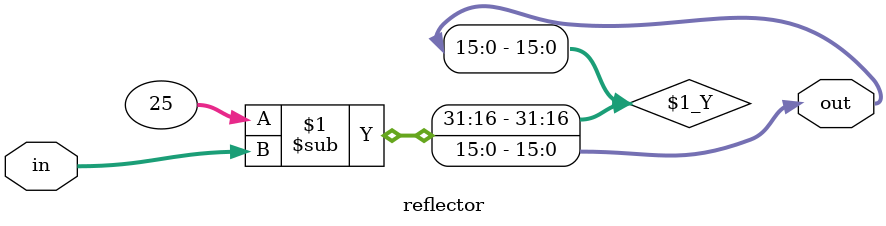
<source format=v>
/*
    reflector: reflects characters, so A->Z, B->Y, ...,  Z->A, Y->B.
*/
module reflector(input [15:0] in,
                 output [15:0] out);
    
    assign out = 25 - in;
    
endmodule

</source>
